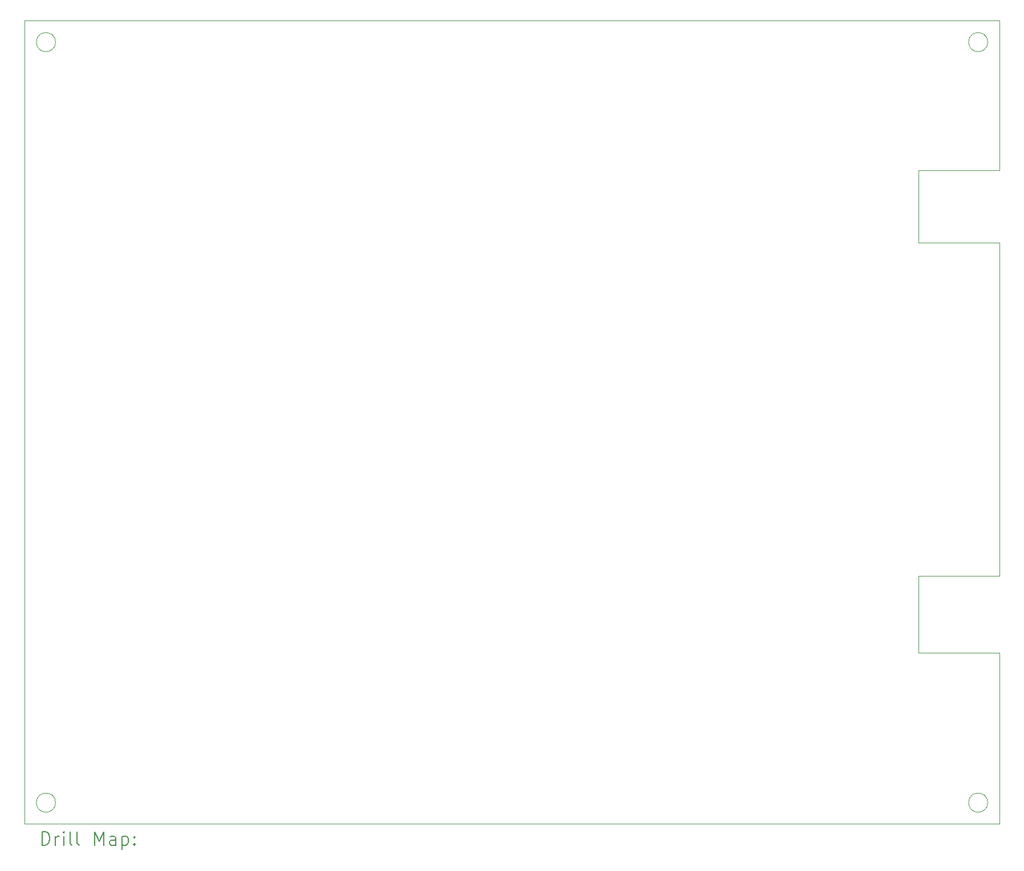
<source format=gbr>
%TF.GenerationSoftware,KiCad,Pcbnew,8.0.2*%
%TF.CreationDate,2024-05-12T20:24:52-06:00*%
%TF.ProjectId,devBoard,64657642-6f61-4726-942e-6b696361645f,rev?*%
%TF.SameCoordinates,Original*%
%TF.FileFunction,Drillmap*%
%TF.FilePolarity,Positive*%
%FSLAX45Y45*%
G04 Gerber Fmt 4.5, Leading zero omitted, Abs format (unit mm)*
G04 Created by KiCad (PCBNEW 8.0.2) date 2024-05-12 20:24:52*
%MOMM*%
%LPD*%
G01*
G04 APERTURE LIST*
%ADD10C,0.050000*%
%ADD11C,0.200000*%
G04 APERTURE END LIST*
D10*
X20874740Y-14732000D02*
G75*
G02*
X20590760Y-14732000I-141990J0D01*
G01*
X20590760Y-14732000D02*
G75*
G02*
X20874740Y-14732000I141990J0D01*
G01*
X7031740Y-14732000D02*
G75*
G02*
X6747760Y-14732000I-141990J0D01*
G01*
X6747760Y-14732000D02*
G75*
G02*
X7031740Y-14732000I141990J0D01*
G01*
X7031740Y-3429000D02*
G75*
G02*
X6747760Y-3429000I-141990J0D01*
G01*
X6747760Y-3429000D02*
G75*
G02*
X7031740Y-3429000I141990J0D01*
G01*
X20874740Y-3429000D02*
G75*
G02*
X20590760Y-3429000I-141990J0D01*
G01*
X20590760Y-3429000D02*
G75*
G02*
X20874740Y-3429000I141990J0D01*
G01*
X21050250Y-5334000D02*
X21050250Y-3111500D01*
X19843750Y-5334000D02*
X21050250Y-5334000D01*
X19843750Y-6413500D02*
X19843750Y-5334000D01*
X21050250Y-6413500D02*
X19843750Y-6413500D01*
X21050250Y-11366500D02*
X21050250Y-6413500D01*
X19843750Y-11366500D02*
X21050250Y-11366500D01*
X19843750Y-12509500D02*
X19843750Y-11366500D01*
X21050250Y-12509500D02*
X19843750Y-12509500D01*
X21050250Y-15049500D02*
X21050250Y-12509500D01*
X6572250Y-15049500D02*
X21050250Y-15049500D01*
X6572250Y-3111500D02*
X6572250Y-15049500D01*
X21050250Y-3111500D02*
X6572250Y-3111500D01*
D11*
X6830527Y-15363484D02*
X6830527Y-15163484D01*
X6830527Y-15163484D02*
X6878146Y-15163484D01*
X6878146Y-15163484D02*
X6906717Y-15173008D01*
X6906717Y-15173008D02*
X6925765Y-15192055D01*
X6925765Y-15192055D02*
X6935289Y-15211103D01*
X6935289Y-15211103D02*
X6944812Y-15249198D01*
X6944812Y-15249198D02*
X6944812Y-15277769D01*
X6944812Y-15277769D02*
X6935289Y-15315865D01*
X6935289Y-15315865D02*
X6925765Y-15334912D01*
X6925765Y-15334912D02*
X6906717Y-15353960D01*
X6906717Y-15353960D02*
X6878146Y-15363484D01*
X6878146Y-15363484D02*
X6830527Y-15363484D01*
X7030527Y-15363484D02*
X7030527Y-15230150D01*
X7030527Y-15268246D02*
X7040051Y-15249198D01*
X7040051Y-15249198D02*
X7049574Y-15239674D01*
X7049574Y-15239674D02*
X7068622Y-15230150D01*
X7068622Y-15230150D02*
X7087670Y-15230150D01*
X7154336Y-15363484D02*
X7154336Y-15230150D01*
X7154336Y-15163484D02*
X7144812Y-15173008D01*
X7144812Y-15173008D02*
X7154336Y-15182531D01*
X7154336Y-15182531D02*
X7163860Y-15173008D01*
X7163860Y-15173008D02*
X7154336Y-15163484D01*
X7154336Y-15163484D02*
X7154336Y-15182531D01*
X7278146Y-15363484D02*
X7259098Y-15353960D01*
X7259098Y-15353960D02*
X7249574Y-15334912D01*
X7249574Y-15334912D02*
X7249574Y-15163484D01*
X7382908Y-15363484D02*
X7363860Y-15353960D01*
X7363860Y-15353960D02*
X7354336Y-15334912D01*
X7354336Y-15334912D02*
X7354336Y-15163484D01*
X7611479Y-15363484D02*
X7611479Y-15163484D01*
X7611479Y-15163484D02*
X7678146Y-15306341D01*
X7678146Y-15306341D02*
X7744812Y-15163484D01*
X7744812Y-15163484D02*
X7744812Y-15363484D01*
X7925765Y-15363484D02*
X7925765Y-15258722D01*
X7925765Y-15258722D02*
X7916241Y-15239674D01*
X7916241Y-15239674D02*
X7897193Y-15230150D01*
X7897193Y-15230150D02*
X7859098Y-15230150D01*
X7859098Y-15230150D02*
X7840051Y-15239674D01*
X7925765Y-15353960D02*
X7906717Y-15363484D01*
X7906717Y-15363484D02*
X7859098Y-15363484D01*
X7859098Y-15363484D02*
X7840051Y-15353960D01*
X7840051Y-15353960D02*
X7830527Y-15334912D01*
X7830527Y-15334912D02*
X7830527Y-15315865D01*
X7830527Y-15315865D02*
X7840051Y-15296817D01*
X7840051Y-15296817D02*
X7859098Y-15287293D01*
X7859098Y-15287293D02*
X7906717Y-15287293D01*
X7906717Y-15287293D02*
X7925765Y-15277769D01*
X8021003Y-15230150D02*
X8021003Y-15430150D01*
X8021003Y-15239674D02*
X8040051Y-15230150D01*
X8040051Y-15230150D02*
X8078146Y-15230150D01*
X8078146Y-15230150D02*
X8097193Y-15239674D01*
X8097193Y-15239674D02*
X8106717Y-15249198D01*
X8106717Y-15249198D02*
X8116241Y-15268246D01*
X8116241Y-15268246D02*
X8116241Y-15325388D01*
X8116241Y-15325388D02*
X8106717Y-15344436D01*
X8106717Y-15344436D02*
X8097193Y-15353960D01*
X8097193Y-15353960D02*
X8078146Y-15363484D01*
X8078146Y-15363484D02*
X8040051Y-15363484D01*
X8040051Y-15363484D02*
X8021003Y-15353960D01*
X8201955Y-15344436D02*
X8211479Y-15353960D01*
X8211479Y-15353960D02*
X8201955Y-15363484D01*
X8201955Y-15363484D02*
X8192432Y-15353960D01*
X8192432Y-15353960D02*
X8201955Y-15344436D01*
X8201955Y-15344436D02*
X8201955Y-15363484D01*
X8201955Y-15239674D02*
X8211479Y-15249198D01*
X8211479Y-15249198D02*
X8201955Y-15258722D01*
X8201955Y-15258722D02*
X8192432Y-15249198D01*
X8192432Y-15249198D02*
X8201955Y-15239674D01*
X8201955Y-15239674D02*
X8201955Y-15258722D01*
M02*

</source>
